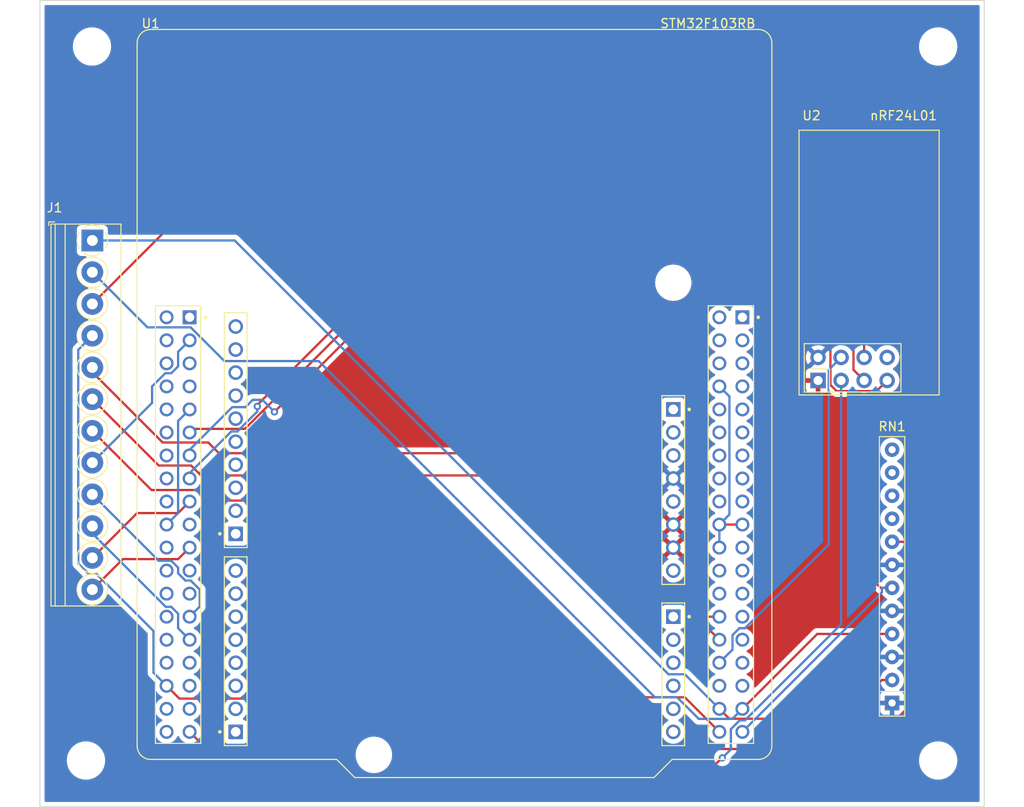
<source format=kicad_pcb>
(kicad_pcb (version 20211014) (generator pcbnew)
  (layers (0 "F.Cu" signal) (31 "B.Cu" signal) (34 "B.Paste" user) (35 "F.Paste" user) (36 "B.SilkS" user "B.Silkscreen") (37 "F.SilkS" user "F.Silkscreen") (38 "B.Mask" user) (39 "F.Mask" user) (44 "Edge.Cuts" user))
  (net 0 "")
  (net 1 "Net-(RN1-Pad2)")
  (net 2 "Net-(RN1-Pad4)")
  (net 3 "Net-(RN1-Pad6)")
  (net 4 "Net-(J1-Pad4)")
  (net 5 "Net-(J1-Pad5)")
  (net 6 "Net-(J1-Pad6)")
  (net 7 "Net-(J1-Pad7)")
  (net 8 "Net-(J1-Pad8)")
  (net 9 "Net-(J1-Pad9)")
  (net 10 "Net-(J1-Pad10)")
  (net 11 "Net-(J1-Pad11)")
  (net 12 "Net-(J1-Pad12)")
  (net 24 "Net-(U1-PadCN7_19)")
  (net 39 "Net-(U2-Pad4)")
  (net 43 "Net-(U2-Pad3)")
  (net 50 "Net-(U1-PadCN10_20)")
  (net 51 "Net-(U2-Pad5)")
  (net 53 "Net-(U2-Pad7)")
  (net 55 "Net-(U2-Pad6)")
  (net 75 "+3.3V")
  (net 76 "GND")
  (footprint "MountingHole:MountingHole_3.2mm_M3" (layer "F.Cu") (at 58.42 139.7)
    (fp_text reference "REF03" hide)
    (fp_text value "MountingHole_3.2mm_M3")
    (pad "" np_thru_hole circle (at 0 0) (size 3.2 3.2) (drill 3.2) (layers *.Cu *.Mask))
  )
  (footprint "MountingHole:MountingHole_3.2mm_M3" (layer "F.Cu") (at 152.4 60.96)
    (fp_text reference "REF02" hide)
    (fp_text value "MountingHole_3.2mm_M3")
    (pad "" np_thru_hole circle (at 0 0) (size 3.2 3.2) (drill 3.2) (layers *.Cu *.Mask))
  )
  (footprint "RF_Module:nRF24L01_Breakout" (layer "F.Cu") (at 139.155 97.79 90)
    (fp_text reference "U2" (at 29.21 -0.725 180) (layer "F.SilkS"))
    (fp_text value "NRF24L01_Breakout")
    (fp_line (start -1.6 -2.1) (end -1.6 -2.1) (layer "F.SilkS") (width 0.12))
    (fp_line (start 4.064 9.144) (end -1.27 9.144) (layer "F.SilkS") (width 0.12))
    (fp_line (start 1.27 -1.016) (end 1.27 1.27) (layer "F.SilkS") (width 0.12))
    (fp_line (start -1.27 9.144) (end -1.27 9.144) (layer "F.SilkS") (width 0.12))
    (fp_line (start -1.27 -1.524) (end 4.064 -1.524) (layer "F.SilkS") (width 0.12))
    (fp_line (start -1.6 13.35) (end -1.6 -2.1) (layer "F.SilkS") (width 0.12))
    (fp_line (start 1.27 1.27) (end -1.016 1.27) (layer "F.SilkS") (width 0.12))
    (fp_line (start -1.27 9.144) (end -1.27 -1.524) (layer "F.SilkS") (width 0.12))
    (fp_line (start -1.6 -2.1) (end 27.6 -2.1) (layer "F.SilkS") (width 0.12))
    (fp_line (start -1.27 -1.524) (end -1.27 -1.524) (layer "F.SilkS") (width 0.12))
    (fp_line (start -1.016 1.27) (end -1.016 1.27) (layer "F.SilkS") (width 0.12))
    (fp_line (start 27.6 13.35) (end -1.6 13.35) (layer "F.SilkS") (width 0.12))
    (fp_line (start 27.6 -2.1) (end 27.6 13.35) (layer "F.SilkS") (width 0.12))
    (fp_line (start 4.064 -1.524) (end 4.064 9.144) (layer "F.SilkS") (width 0.12))
    (pad "1" thru_hole rect (at 0 0 90) (size 1.7 1.7) (drill 1) (layers *.Cu *.Mask) (net 76 "GND"))
    (pad "2" thru_hole circle (at 2.54 0 90) (size 1.7 1.7) (drill 1) (layers *.Cu *.Mask) (net 75 "+3.3V"))
    (pad "3" thru_hole circle (at 0 2.54 90) (size 1.7 1.7) (drill 1) (layers *.Cu *.Mask) (net 43 "Net-(U2-Pad3)"))
    (pad "4" thru_hole circle (at 2.54 2.54 90) (size 1.7 1.7) (drill 1) (layers *.Cu *.Mask) (net 39 "Net-(U2-Pad4)"))
    (pad "5" thru_hole circle (at 0 5.08 90) (size 1.7 1.7) (drill 1) (layers *.Cu *.Mask) (net 51 "Net-(U2-Pad5)"))
    (pad "6" thru_hole circle (at 2.54 5.08 90) (size 1.7 1.7) (drill 1) (layers *.Cu *.Mask) (net 55 "Net-(U2-Pad6)"))
    (pad "7" thru_hole circle (at 0 7.62 90) (size 1.7 1.7) (drill 1) (layers *.Cu *.Mask) (net 53 "Net-(U2-Pad7)"))
    (pad "8" thru_hole circle (at 2.54 7.62 90) (size 1.7 1.7) (drill 1) (layers *.Cu *.Mask))
  )
  (footprint "Resistor_THT:R_Array_SIP12" (layer "F.Cu") (at 147.32 133.36 90)
    (fp_text reference "RN1" (at 30.49 0 180) (layer "F.SilkS"))
    (fp_text value "R_Pack_SIP_1k")
    (fp_line (start 1.27 -1.4) (end 1.27 1.4) (layer "F.SilkS") (width 0.12))
    (fp_line (start -1.44 1.4) (end 29.38 1.4) (layer "F.SilkS") (width 0.12))
    (fp_line (start -1.44 -1.4) (end -1.44 1.4) (layer "F.SilkS") (width 0.12))
    (fp_line (start 29.38 1.4) (end 29.38 -1.4) (layer "F.SilkS") (width 0.12))
    (fp_line (start 29.38 -1.4) (end -1.44 -1.4) (layer "F.SilkS") (width 0.12))
    (pad "1" thru_hole rect (at 0 0 90) (size 1.6 1.6) (drill 0.8) (layers *.Cu *.Mask) (net 75 "+3.3V"))
    (pad "2" thru_hole oval (at 2.54 0 90) (size 1.6 1.6) (drill 0.8) (layers *.Cu *.Mask) (net 1 "Net-(RN1-Pad2)"))
    (pad "3" thru_hole oval (at 5.08 0 90) (size 1.6 1.6) (drill 0.8) (layers *.Cu *.Mask) (net 75 "+3.3V"))
    (pad "4" thru_hole oval (at 7.62 0 90) (size 1.6 1.6) (drill 0.8) (layers *.Cu *.Mask) (net 2 "Net-(RN1-Pad4)"))
    (pad "5" thru_hole oval (at 10.16 0 90) (size 1.6 1.6) (drill 0.8) (layers *.Cu *.Mask) (net 75 "+3.3V"))
    (pad "6" thru_hole oval (at 12.7 0 90) (size 1.6 1.6) (drill 0.8) (layers *.Cu *.Mask) (net 3 "Net-(RN1-Pad6)"))
    (pad "7" thru_hole oval (at 15.24 0 90) (size 1.6 1.6) (drill 0.8) (layers *.Cu *.Mask) (net 75 "+3.3V"))
    (pad "8" thru_hole oval (at 17.78 0 90) (size 1.6 1.6) (drill 0.8) (layers *.Cu *.Mask) (net 4 "Net-(J1-Pad4)"))
    (pad "9" thru_hole oval (at 20.32 0 90) (size 1.6 1.6) (drill 0.8) (layers *.Cu *.Mask))
    (pad "10" thru_hole oval (at 22.86 0 90) (size 1.6 1.6) (drill 0.8) (layers *.Cu *.Mask))
    (pad "11" thru_hole oval (at 25.4 0 90) (size 1.6 1.6) (drill 0.8) (layers *.Cu *.Mask))
    (pad "12" thru_hole oval (at 27.94 0 90) (size 1.6 1.6) (drill 0.8) (layers *.Cu *.Mask))
  )
  (footprint "TerminalBlock_Phoenix:TerminalBlock_Phoenix_PT-1,5-12-3.5-H_1x12_P3.50mm_Horizontal" (layer "F.Cu") (at 59.12 82.35 -90)
    (fp_text reference "J1" (at -3.61 4.16 180) (layer "F.SilkS"))
    (fp_text value "Screw_Terminal_01x12")
    (fp_line (start 15.275 -1.069) (end 15.146 -0.941) (layer "F.SilkS") (width 0.12))
    (fp_line (start 29.07 -1.275) (end 28.976 -1.181) (layer "F.SilkS") (width 0.12))
    (fp_line (start 22.07 -1.275) (end 21.976 -1.181) (layer "F.SilkS") (width 0.12))
    (fp_line (start 13.025 1.181) (end 12.931 1.274) (layer "F.SilkS") (width 0.12))
    (fp_line (start 8.07 -1.275) (end 7.976 -1.181) (layer "F.SilkS") (width 0.12))
    (fp_line (start 16.355 0.941) (end 16.226 1.069) (layer "F.SilkS") (width 0.12))
    (fp_line (start 25.775 -1.069) (end 25.646 -0.941) (layer "F.SilkS") (width 0.12))
    (fp_line (start 27.025 1.181) (end 26.931 1.274) (layer "F.SilkS") (width 0.12))
    (fp_line (start 11.775 -1.069) (end 11.646 -0.941) (layer "F.SilkS") (width 0.12))
    (fp_line (start -1.81 3) (end 40.31 3) (layer "F.SilkS") (width 0.12))
    (fp_line (start 26.855 0.941) (end 26.726 1.069) (layer "F.SilkS") (width 0.12))
    (fp_line (start -2.05 4.8) (end -1.65 4.8) (layer "F.SilkS") (width 0.12))
    (fp_line (start 36.275 -1.069) (end 36.146 -0.941) (layer "F.SilkS") (width 0.12))
    (fp_line (start 9.525 1.181) (end 9.431 1.274) (layer "F.SilkS") (width 0.12))
    (fp_line (start -1.81 -3.16) (end 40.31 -3.16) (layer "F.SilkS") (width 0.12))
    (fp_line (start 12.855 0.941) (end 12.726 1.069) (layer "F.SilkS") (width 0.12))
    (fp_line (start 19.855 0.941) (end 19.726 1.069) (layer "F.SilkS") (width 0.12))
    (fp_line (start 2.525 1.181) (end 2.431 1.274) (layer "F.SilkS") (width 0.12))
    (fp_line (start 4.57 -1.275) (end 4.476 -1.181) (layer "F.SilkS") (width 0.12))
    (fp_line (start 4.775 -1.069) (end 4.646 -0.941) (layer "F.SilkS") (width 0.12))
    (fp_line (start -1.81 4.56) (end 40.31 4.56) (layer "F.SilkS") (width 0.12))
    (fp_line (start 2.355 0.941) (end 2.226 1.069) (layer "F.SilkS") (width 0.12))
    (fp_line (start 18.57 -1.275) (end 18.476 -1.181) (layer "F.SilkS") (width 0.12))
    (fp_line (start 5.855 0.941) (end 5.726 1.069) (layer "F.SilkS") (width 0.12))
    (fp_line (start 30.525 1.181) (end 30.431 1.274) (layer "F.SilkS") (width 0.12))
    (fp_line (start 33.855 0.941) (end 33.726 1.069) (layer "F.SilkS") (width 0.12))
    (fp_line (start 36.07 -1.275) (end 35.976 -1.181) (layer "F.SilkS") (width 0.12))
    (fp_line (start -1.81 4.1) (end 40.31 4.1) (layer "F.SilkS") (width 0.12))
    (fp_line (start 32.775 -1.069) (end 32.646 -0.941) (layer "F.SilkS") (width 0.12))
    (fp_line (start 9.355 0.941) (end 9.226 1.069) (layer "F.SilkS") (width 0.12))
    (fp_line (start 30.355 0.941) (end 30.226 1.069) (layer "F.SilkS") (width 0.12))
    (fp_line (start 23.525 1.181) (end 23.431 1.274) (layer "F.SilkS") (width 0.12))
    (fp_line (start 37.525 1.181) (end 37.431 1.274) (layer "F.SilkS") (width 0.12))
    (fp_line (start 22.275 -1.069) (end 22.146 -0.941) (layer "F.SilkS") (width 0.12))
    (fp_line (start -1.81 -3.16) (end -1.81 4.56) (layer "F.SilkS") (width 0.12))
    (fp_line (start 29.275 -1.069) (end 29.146 -0.941) (layer "F.SilkS") (width 0.12))
    (fp_line (start 32.57 -1.275) (end 32.476 -1.181) (layer "F.SilkS") (width 0.12))
    (fp_line (start 11.57 -1.275) (end 11.476 -1.181) (layer "F.SilkS") (width 0.12))
    (fp_line (start 37.355 0.941) (end 37.226 1.069) (layer "F.SilkS") (width 0.12))
    (fp_line (start 39.57 -1.275) (end 39.476 -1.181) (layer "F.SilkS") (width 0.12))
    (fp_line (start 15.07 -1.275) (end 14.976 -1.181) (layer "F.SilkS") (width 0.12))
    (fp_line (start 25.57 -1.275) (end 25.476 -1.181) (layer "F.SilkS") (width 0.12))
    (fp_line (start 16.525 1.181) (end 16.431 1.274) (layer "F.SilkS") (width 0.12))
    (fp_line (start 6.025 1.181) (end 5.931 1.274) (layer "F.SilkS") (width 0.12))
    (fp_line (start 39.775 -1.069) (end 39.646 -0.941) (layer "F.SilkS") (width 0.12))
    (fp_line (start 40.31 -3.16) (end 40.31 4.56) (layer "F.SilkS") (width 0.12))
    (fp_line (start 20.025 1.181) (end 19.931 1.274) (layer "F.SilkS") (width 0.12))
    (fp_line (start 34.025 1.181) (end 33.931 1.274) (layer "F.SilkS") (width 0.12))
    (fp_line (start 18.775 -1.069) (end 18.646 -0.941) (layer "F.SilkS") (width 0.12))
    (fp_line (start 8.275 -1.069) (end 8.146 -0.941) (layer "F.SilkS") (width 0.12))
    (fp_line (start -2.05 4.16) (end -2.05 4.8) (layer "F.SilkS") (width 0.12))
    (fp_line (start 23.355 0.941) (end 23.226 1.069) (layer "F.SilkS") (width 0.12))
    (fp_arc (start 1.425504 -0.890193) (mid 1.680626 0.000476) (end 1.425 0.891) (layer "F.SilkS") (width 0.12))
    (fp_arc (start -1.425358 0.889894) (mid -1.680286 0.014012) (end -1.44 -0.866) (layer "F.SilkS") (width 0.12))
    (fp_arc (start 0.890264 1.424721) (mid 0.463071 1.61492) (end 0 1.68) (layer "F.SilkS") (width 0.12))
    (fp_arc (start 0.028674 1.680099) (mid -0.435535 1.622918) (end -0.866 1.44) (layer "F.SilkS") (width 0.12))
    (fp_arc (start -0.889894 -1.425358) (mid -0.014012 -1.680286) (end 0.866 -1.44) (layer "F.SilkS") (width 0.12))
    (fp_circle (center 10.5 0) (end 12.18 0) (layer "F.SilkS") (width 0.12) (fill none))
    (fp_circle (center 35 0) (end 36.68 0) (layer "F.SilkS") (width 0.12) (fill none))
    (fp_circle (center 38.5 0) (end 40.18 0) (layer "F.SilkS") (width 0.12) (fill none))
    (fp_circle (center 17.5 0) (end 19.18 0) (layer "F.SilkS") (width 0.12) (fill none))
    (fp_circle (center 7 0) (end 8.68 0) (layer "F.SilkS") (width 0.12) (fill none))
    (fp_circle (center 3.5 0) (end 5.18 0) (layer "F.SilkS") (width 0.12) (fill none))
    (fp_circle (center 14 0) (end 15.68 0) (layer "F.SilkS") (width 0.12) (fill none))
    (fp_circle (center 31.5 0) (end 33.18 0) (layer "F.SilkS") (width 0.12) (fill none))
    (fp_circle (center 24.5 0) (end 26.18 0) (layer "F.SilkS") (width 0.12) (fill none))
    (fp_circle (center 21 0) (end 22.68 0) (layer "F.SilkS") (width 0.12) (fill none))
    (fp_circle (center 28 0) (end 29.68 0) (layer "F.SilkS") (width 0.12) (fill none))
    (pad "1" thru_hole rect (at 0 0 270) (size 2.4 2.4) (drill 1.2) (layers *.Cu *.Mask) (net 1 "Net-(RN1-Pad2)"))
    (pad "2" thru_hole circle (at 3.5 0 270) (size 2.4 2.4) (drill 1.2) (layers *.Cu *.Mask) (net 2 "Net-(RN1-Pad4)"))
    (pad "3" thru_hole circle (at 7 0 270) (size 2.4 2.4) (drill 1.2) (layers *.Cu *.Mask) (net 3 "Net-(RN1-Pad6)"))
    (pad "4" thru_hole circle (at 10.5 0 270) (size 2.4 2.4) (drill 1.2) (layers *.Cu *.Mask) (net 4 "Net-(J1-Pad4)"))
    (pad "5" thru_hole circle (at 14 0 270) (size 2.4 2.4) (drill 1.2) (layers *.Cu *.Mask) (net 5 "Net-(J1-Pad5)"))
    (pad "6" thru_hole circle (at 17.5 0 270) (size 2.4 2.4) (drill 1.2) (layers *.Cu *.Mask) (net 6 "Net-(J1-Pad6)"))
    (pad "7" thru_hole circle (at 21 0 270) (size 2.4 2.4) (drill 1.2) (layers *.Cu *.Mask) (net 7 "Net-(J1-Pad7)"))
    (pad "8" thru_hole circle (at 24.5 0 270) (size 2.4 2.4) (drill 1.2) (layers *.Cu *.Mask) (net 8 "Net-(J1-Pad8)"))
    (pad "9" thru_hole circle (at 28 0 270) (size 2.4 2.4) (drill 1.2) (layers *.Cu *.Mask) (net 9 "Net-(J1-Pad9)"))
    (pad "10" thru_hole circle (at 31.5 0 270) (size 2.4 2.4) (drill 1.2) (layers *.Cu *.Mask) (net 10 "Net-(J1-Pad10)"))
    (pad "11" thru_hole circle (at 35 0 270) (size 2.4 2.4) (drill 1.2) (layers *.Cu *.Mask) (net 11 "Net-(J1-Pad11)"))
    (pad "12" thru_hole circle (at 38.5 0 270) (size 2.4 2.4) (drill 1.2) (layers *.Cu *.Mask) (net 12 "Net-(J1-Pad12)"))
  )
  (footprint "MountingHole:MountingHole_3.2mm_M3" (layer "F.Cu") (at 59.08 60.96)
    (fp_text reference "REF01" hide)
    (fp_text value "MountingHole_3.2mm_M3")
    (pad "" np_thru_hole circle (at 0 0) (size 3.2 3.2) (drill 3.2) (layers *.Cu *.Mask))
  )
  (footprint "MountingHole:MountingHole_3.2mm_M3" (layer "F.Cu") (at 152.4 139.7)
    (fp_text reference "REF04" hide)
    (fp_text value "MountingHole_3.2mm_M3")
    (pad "" np_thru_hole circle (at 0 0) (size 3.2 3.2) (drill 3.2) (layers *.Cu *.Mask))
  )
  (footprint "NUCLEO-F303RE:ST_NUCLEO-F303RE" (layer "B.Cu") (at 99.06 100.33 180)
    (fp_text reference "U1" (at 33.5 41.91) (layer "F.SilkS"))
    (fp_text value "NUCLEO-F103RB")
    (fp_line (start -22.88 -37.73) (end -22.88 -21.99) (layer "F.SilkS") (width 0.127))
    (fp_line (start -22.88 -21.99) (end -25.38 -21.99) (layer "F.SilkS") (width 0.127))
    (fp_line (start -33.5 41.25) (end 33.5 41.25) (layer "F.SilkS") (width 0.127))
    (fp_line (start -32.98 -37.48) (end -27.98 -37.48) (layer "F.SilkS") (width 0.127))
    (fp_line (start 22.88 -15.89) (end 25.38 -15.89) (layer "F.SilkS") (width 0.127))
    (fp_line (start -25.38 -19.95) (end -22.88 -19.95) (layer "F.SilkS") (width 0.127))
    (fp_line (start -27.98 -37.48) (end -27.98 10.78) (layer "F.SilkS") (width 0.127))
    (fp_line (start 25.38 10.01) (end 22.88 10.01) (layer "F.SilkS") (width 0.127))
    (fp_line (start 32.98 10.78) (end 27.98 10.78) (layer "F.SilkS") (width 0.127))
    (fp_line (start 25.38 -37.73) (end 25.38 -16.91) (layer "F.SilkS") (width 0.127))
    (fp_line (start -32.98 10.78) (end -32.98 -37.48) (layer "F.SilkS") (width 0.127))
    (fp_line (start -22.88 -19.95) (end -22.88 0.87) (layer "F.SilkS") (width 0.127))
    (fp_line (start 27.98 -37.48) (end 32.98 -37.48) (layer "F.SilkS") (width 0.127))
    (fp_line (start 22.88 -37.73) (end 25.38 -37.73) (layer "F.SilkS") (width 0.127))
    (fp_line (start 25.38 -16.91) (end 22.88 -16.91) (layer "F.SilkS") (width 0.127))
    (fp_line (start -25.38 -21.99) (end -25.38 -37.73) (layer "F.SilkS") (width 0.127))
    (fp_line (start 32.98 -37.48) (end 32.98 10.78) (layer "F.SilkS") (width 0.127))
    (fp_line (start -25.38 -37.73) (end -22.88 -37.73) (layer "F.SilkS") (width 0.127))
    (fp_line (start 22.88 -16.91) (end 22.88 -37.73) (layer "F.SilkS") (width 0.127))
    (fp_line (start -35 -37.75) (end -35 39.75) (layer "F.SilkS") (width 0.127))
    (fp_line (start -25.38 0.87) (end -25.38 -19.95) (layer "F.SilkS") (width 0.127))
    (fp_line (start 11 -41.25) (end -22 -41.25) (layer "F.SilkS") (width 0.127))
    (fp_line (start -24 -39.25) (end -33.5 -39.25) (layer "F.SilkS") (width 0.127))
    (fp_line (start 22.88 10.01) (end 22.88 -15.89) (layer "F.SilkS") (width 0.127))
    (fp_line (start -22 -41.25) (end -24 -39.25) (layer "F.SilkS") (width 0.127))
    (fp_line (start -27.98 10.78) (end -32.98 10.78) (layer "F.SilkS") (width 0.127))
    (fp_line (start -22.88 0.87) (end -25.38 0.87) (layer "F.SilkS") (width 0.127))
    (fp_line (start 25.38 -15.89) (end 25.38 10.01) (layer "F.SilkS") (width 0.127))
    (fp_line (start 33.5 -39.25) (end 13 -39.25) (layer "F.SilkS") (width 0.127))
    (fp_line (start 13 -39.25) (end 11 -41.25) (layer "F.SilkS") (width 0.127))
    (fp_line (start 35 39.75) (end 35 -37.75) (layer "F.SilkS") (width 0.127))
    (fp_line (start 27.98 10.78) (end 27.98 -37.48) (layer "F.SilkS") (width 0.127))
    (fp_arc (start 33.5 -39.25) (mid 34.56066 -38.81066) (end 35 -37.75) (layer "F.SilkS") (width 0.127))
    (fp_arc (start 35 39.75) (mid 34.56066 40.81066) (end 33.5 41.25) (layer "F.SilkS") (width 0.127))
    (fp_arc (start -33.5 41.25) (mid -34.56066 40.81066) (end -35 39.75) (layer "F.SilkS") (width 0.127))
    (fp_arc (start -35 -37.75) (mid -34.56066 -38.81066) (end -33.5 -39.25) (layer "F.SilkS") (width 0.127))
    (fp_circle (center -25.88 -0.65) (end -25.78 -0.65) (layer "F.SilkS") (width 0.2) (fill none))
    (fp_circle (center 25.88 -36.21) (end 25.98 -36.21) (layer "F.SilkS") (width 0.2) (fill none))
    (fp_circle (center -33.5 9.51) (end -33.4 9.51) (layer "F.SilkS") (width 0.2) (fill none))
    (fp_circle (center -25.88 -23.51) (end -25.78 -23.51) (layer "F.SilkS") (width 0.2) (fill none))
    (fp_circle (center 25.88 -14.37) (end 25.98 -14.37) (layer "F.SilkS") (width 0.2) (fill none))
    (fp_circle (center 27.46 9.51) (end 27.56 9.51) (layer "F.SilkS") (width 0.2) (fill none))
    (pad "" np_thru_hole circle (at 24.13 12.05 180) (size 3 3) (drill 3) (layers *.Cu *.Mask))
    (pad "" np_thru_hole circle (at -24.13 13.32 180) (size 3 3) (drill 3) (layers *.Cu *.Mask))
    (pad "" np_thru_hole circle (at 8.89 -38.75 180) (size 3 3) (drill 3) (layers *.Cu *.Mask))
    (pad "CN5_1" thru_hole rect (at 24.13 -14.37 180) (size 1.605 1.605) (drill 1.07) (layers *.Cu *.Mask))
    (pad "CN5_2" thru_hole circle (at 24.13 -11.83 180) (size 1.605 1.605) (drill 1.07) (layers *.Cu *.Mask))
    (pad "CN5_3" thru_hole circle (at 24.13 -9.29 180) (size 1.605 1.605) (drill 1.07) (layers *.Cu *.Mask))
    (pad "CN5_4" thru_hole circle (at 24.13 -6.75 180) (size 1.605 1.605) (drill 1.07) (layers *.Cu *.Mask))
    (pad "CN5_5" thru_hole circle (at 24.13 -4.21 180) (size 1.605 1.605) (drill 1.07) (layers *.Cu *.Mask))
    (pad "CN5_6" thru_hole circle (at 24.13 -1.67 180) (size 1.605 1.605) (drill 1.07) (layers *.Cu *.Mask))
    (pad "CN5_7" thru_hole circle (at 24.13 0.87 180) (size 1.605 1.605) (drill 1.07) (layers *.Cu *.Mask))
    (pad "CN5_8" thru_hole circle (at 24.13 3.41 180) (size 1.605 1.605) (drill 1.07) (layers *.Cu *.Mask))
    (pad "CN5_9" thru_hole circle (at 24.13 5.95 180) (size 1.605 1.605) (drill 1.07) (layers *.Cu *.Mask))
    (pad "CN5_10" thru_hole circle (at 24.13 8.49 180) (size 1.605 1.605) (drill 1.07) (layers *.Cu *.Mask))
    (pad "CN6_1" thru_hole rect (at -24.13 -0.65 180) (size 1.605 1.605) (drill 1.07) (layers *.Cu *.Mask))
    (pad "CN6_2" thru_hole circle (at -24.13 -3.19 180) (size 1.605 1.605) (drill 1.07) (layers *.Cu *.Mask))
    (pad "CN6_3" thru_hole circle (at -24.13 -5.73 180) (size 1.605 1.605) (drill 1.07) (layers *.Cu *.Mask))
    (pad "CN6_4" thru_hole circle (at -24.13 -8.27 180) (size 1.605 1.605) (drill 1.07) (layers *.Cu *.Mask) (net 75 "+3.3V"))
    (pad "CN6_5" thru_hole circle (at -24.13 -10.81 180) (size 1.605 1.605) (drill 1.07) (layers *.Cu *.Mask))
    (pad "CN6_6" thru_hole circle (at -24.13 -13.35 180) (size 1.605 1.605) (drill 1.07) (layers *.Cu *.Mask) (net 76 "GND"))
    (pad "CN6_7" thru_hole circle (at -24.13 -15.89 180) (size 1.605 1.605) (drill 1.07) (layers *.Cu *.Mask) (net 76 "GND"))
    (pad "CN6_8" thru_hole circle (at -24.13 -18.43 180) (size 1.605 1.605) (drill 1.07) (layers *.Cu *.Mask))
    (pad "CN7_1" thru_hole rect (at -31.75 9.51 180) (size 1.53 1.53) (drill 1.02) (layers *.Cu *.Mask))
    (pad "CN7_2" thru_hole circle (at -29.21 9.51 180) (size 1.53 1.53) (drill 1.02) (layers *.Cu *.Mask))
    (pad "CN7_3" thru_hole circle (at -31.75 6.97 180) (size 1.53 1.53) (drill 1.02) (layers *.Cu *.Mask))
    (pad "CN7_4" thru_hole circle (at -29.21 6.97 180) (size 1.53 1.53) (drill 1.02) (layers *.Cu *.Mask))
    (pad "CN7_5" thru_hole circle (at -31.75 4.43 180) (size 1.53 1.53) (drill 1.02) (layers *.Cu *.Mask))
    (pad "CN7_6" thru_hole circle (at -29.21 4.43 180) (size 1.53 1.53) (drill 1.02) (layers *.Cu *.Mask))
    (pad "CN7_7" thru_hole circle (at -31.75 1.89 180) (size 1.53 1.53) (drill 1.02) (layers *.Cu *.Mask))
    (pad "CN7_8" thru_hole circle (at -29.21 1.89 180) (size 1.53 1.53) (drill 1.02) (layers *.Cu *.Mask) (net 24 "Net-(U1-PadCN7_19)"))
    (pad "CN7_9" thru_hole circle (at -31.75 -0.65 180) (size 1.53 1.53) (drill 1.02) (layers *.Cu *.Mask))
    (pad "CN7_10" thru_hole circle (at -29.21 -0.65 180) (size 1.53 1.53) (drill 1.02) (layers *.Cu *.Mask))
    (pad "CN7_11" thru_hole circle (at -31.75 -3.19 180) (size 1.53 1.53) (drill 1.02) (layers *.Cu *.Mask))
    (pad "CN7_12" thru_hole circle (at -29.21 -3.19 180) (size 1.53 1.53) (drill 1.02) (layers *.Cu *.Mask))
    (pad "CN7_13" thru_hole circle (at -31.75 -5.73 180) (size 1.53 1.53) (drill 1.02) (layers *.Cu *.Mask))
    (pad "CN7_14" thru_hole circle (at -29.21 -5.73 180) (size 1.53 1.53) (drill 1.02) (layers *.Cu *.Mask))
    (pad "CN7_15" thru_hole circle (at -31.75 -8.27 180) (size 1.53 1.53) (drill 1.02) (layers *.Cu *.Mask))
    (pad "CN7_16" thru_hole circle (at -29.21 -8.27 180) (size 1.53 1.53) (drill 1.02) (layers *.Cu *.Mask))
    (pad "CN7_17" thru_hole circle (at -31.75 -10.81 180) (size 1.53 1.53) (drill 1.02) (layers *.Cu *.Mask))
    (pad "CN7_18" thru_hole circle (at -29.21 -10.81 180) (size 1.53 1.53) (drill 1.02) (layers *.Cu *.Mask))
    (pad "CN7_19" thru_hole circle (at -31.75 -13.35 180) (size 1.53 1.53) (drill 1.02) (layers *.Cu *.Mask) (net 24 "Net-(U1-PadCN7_19)"))
    (pad "CN7_20" thru_hole circle (at -29.21 -13.35 180) (size 1.53 1.53) (drill 1.02) (layers *.Cu *.Mask) (net 24 "Net-(U1-PadCN7_19)"))
    (pad "CN7_21" thru_hole circle (at -31.75 -15.89 180) (size 1.53 1.53) (drill 1.02) (layers *.Cu *.Mask))
    (pad "CN7_22" thru_hole circle (at -29.21 -15.89 180) (size 1.53 1.53) (drill 1.02) (layers *.Cu *.Mask) (net 24 "Net-(U1-PadCN7_19)"))
    (pad "CN7_23" thru_hole circle (at -31.75 -18.43 180) (size 1.53 1.53) (drill 1.02) (layers *.Cu *.Mask))
    (pad "CN7_24" thru_hole circle (at -29.21 -18.43 180) (size 1.53 1.53) (drill 1.02) (layers *.Cu *.Mask))
    (pad "CN7_25" thru_hole circle (at -31.75 -20.97 180) (size 1.53 1.53) (drill 1.02) (layers *.Cu *.Mask))
    (pad "CN7_26" thru_hole circle (at -29.21 -20.97 180) (size 1.53 1.53) (drill 1.02) (layers *.Cu *.Mask))
    (pad "CN7_27" thru_hole circle (at -31.75 -23.51 180) (size 1.53 1.53) (drill 1.02) (layers *.Cu *.Mask))
    (pad "CN7_28" thru_hole circle (at -29.21 -23.51 180) (size 1.53 1.53) (drill 1.02) (layers *.Cu *.Mask) (net 5 "Net-(J1-Pad5)"))
    (pad "CN7_29" thru_hole circle (at -31.75 -26.05 180) (size 1.53 1.53) (drill 1.02) (layers *.Cu *.Mask))
    (pad "CN7_30" thru_hole circle (at -29.21 -26.05 180) (size 1.53 1.53) (drill 1.02) (layers *.Cu *.Mask) (net 6 "Net-(J1-Pad6)"))
    (pad "CN7_31" thru_hole circle (at -31.75 -28.59 180) (size 1.53 1.53) (drill 1.02) (layers *.Cu *.Mask))
    (pad "CN7_32" thru_hole circle (at -29.21 -28.59 180) (size 1.53 1.53) (drill 1.02) (layers *.Cu *.Mask) (net 39 "Net-(U2-Pad4)"))
    (pad "CN7_33" thru_hole circle (at -31.75 -31.13 180) (size 1.53 1.53) (drill 1.02) (layers *.Cu *.Mask))
    (pad "CN7_34" thru_hole circle (at -29.21 -31.13 180) (size 1.53 1.53) (drill 1.02) (layers *.Cu *.Mask))
    (pad "CN7_35" thru_hole circle (at -31.75 -33.67 180) (size 1.53 1.53) (drill 1.02) (layers *.Cu *.Mask) (net 2 "Net-(RN1-Pad4)"))
    (pad "CN7_36" thru_hole circle (at -29.21 -33.67 180) (size 1.53 1.53) (drill 1.02) (layers *.Cu *.Mask) (net 1 "Net-(RN1-Pad2)"))
    (pad "CN7_37" thru_hole circle (at -31.75 -36.21 180) (size 1.53 1.53) (drill 1.02) (layers *.Cu *.Mask) (net 3 "Net-(RN1-Pad6)"))
    (pad "CN7_38" thru_hole circle (at -29.21 -36.21 180) (size 1.53 1.53) (drill 1.02) (layers *.Cu *.Mask) (net 7 "Net-(J1-Pad7)"))
    (pad "CN8_1" thru_hole rect (at -24.13 -23.51 180) (size 1.605 1.605) (drill 1.07) (layers *.Cu *.Mask))
    (pad "CN8_2" thru_hole circle (at -24.13 -26.05 180) (size 1.605 1.605) (drill 1.07) (layers *.Cu *.Mask))
    (pad "CN8_3" thru_hole circle (at -24.13 -28.59 180) (size 1.605 1.605) (drill 1.07) (layers *.Cu *.Mask))
    (pad "CN8_4" thru_hole circle (at -24.13 -31.13 180) (size 1.605 1.605) (drill 1.07) (layers *.Cu *.Mask))
    (pad "CN8_5" thru_hole circle (at -24.13 -33.67 180) (size 1.605 1.605) (drill 1.07) (layers *.Cu *.Mask))
    (pad "CN8_6" thru_hole circle (at -24.13 -36.21 180) (size 1.605 1.605) (drill 1.07) (layers *.Cu *.Mask))
    (pad "CN9_1" thru_hole rect (at 24.13 -36.21 180) (size 1.605 1.605) (drill 1.07) (layers *.Cu *.Mask))
    (pad "CN9_2" thru_hole circle (at 24.13 -33.67 180) (size 1.605 1.605) (drill 1.07) (layers *.Cu *.Mask))
    (pad "CN9_3" thru_hole circle (at 24.13 -31.13 180) (size 1.605 1.605) (drill 1.07) (layers *.Cu *.Mask))
    (pad "CN9_4" thru_hole circle (at 24.13 -28.59 180) (size 1.605 1.605) (drill 1.07) (layers *.Cu *.Mask))
    (pad "CN9_5" thru_hole circle (at 24.13 -26.05 180) (size 1.605 1.605) (drill 1.07) (layers *.Cu *.Mask))
    (pad "CN9_6" thru_hole circle (at 24.13 -23.51 180) (size 1.605 1.605) (drill 1.07) (layers *.Cu *.Mask))
    (pad "CN9_7" thru_hole circle (at 24.13 -20.97 180) (size 1.605 1.605) (drill 1.07) (layers *.Cu *.Mask))
    (pad "CN9_8" thru_hole circle (at 24.13 -18.43 180) (size 1.605 1.605) (drill 1.07) (layers *.Cu *.Mask))
    (pad "CN10_1" thru_hole rect (at 29.21 9.51 180) (size 1.53 1.53) (drill 1.02) (layers *.Cu *.Mask))
    (pad "CN10_2" thru_hole circle (at 31.75 9.51 180) (size 1.53 1.53) (drill 1.02) (layers *.Cu *.Mask))
    (pad "CN10_3" thru_hole circle (at 29.21 6.97 180) (size 1.53 1.53) (drill 1.02) (layers *.Cu *.Mask) (net 8 "Net-(J1-Pad8)"))
    (pad "CN10_4" thru_hole circle (at 31.75 6.97 180) (size 1.53 1.53) (drill 1.02) (layers *.Cu *.Mask))
    (pad "CN10_5" thru_hole circle (at 29.21 4.43 180) (size 1.53 1.53) (drill 1.02) (layers *.Cu *.Mask))
    (pad "CN10_6" thru_hole circle (at 31.75 4.43 180) (size 1.53 1.53) (drill 1.02) (layers *.Cu *.Mask))
    (pad "CN10_7" thru_hole circle (at 29.21 1.89 180) (size 1.53 1.53) (drill 1.02) (layers *.Cu *.Mask))
    (pad "CN10_8" thru_hole circle (at 31.75 1.89 180) (size 1.53 1.53) (drill 1.02) (layers *.Cu *.Mask))
    (pad "CN10_9" thru_hole circle (at 29.21 -0.65 180) (size 1.53 1.53) (drill 1.02) (layers *.Cu *.Mask) (net 50 "Net-(U1-PadCN10_20)"))
    (pad "CN10_10" thru_hole circle (at 31.75 -0.65 180) (size 1.53 1.53) (drill 1.02) (layers *.Cu *.Mask))
    (pad "CN10_11" thru_hole circle (at 29.21 -3.19 180) (size 1.53 1.53) (drill 1.02) (layers *.Cu *.Mask) (net 51 "Net-(U2-Pad5)"))
    (pad "CN10_12" thru_hole circle (at 31.75 -3.19 180) (size 1.53 1.53) (drill 1.02) (layers *.Cu *.Mask))
    (pad "CN10_13" thru_hole circle (at 29.21 -5.73 180) (size 1.53 1.53) (drill 1.02) (layers *.Cu *.Mask) (net 53 "Net-(U2-Pad7)"))
    (pad "CN10_14" thru_hole circle (at 31.75 -5.73 180) (size 1.53 1.53) (drill 1.02) (layers *.Cu *.Mask))
    (pad "CN10_15" thru_hole circle (at 29.21 -8.27 180) (size 1.53 1.53) (drill 1.02) (layers *.Cu *.Mask) (net 55 "Net-(U2-Pad6)"))
    (pad "CN10_16" thru_hole circle (at 31.75 -8.27 180) (size 1.53 1.53) (drill 1.02) (layers *.Cu *.Mask))
    (pad "CN10_17" thru_hole circle (at 29.21 -10.81 180) (size 1.53 1.53) (drill 1.02) (layers *.Cu *.Mask) (net 11 "Net-(J1-Pad11)"))
    (pad "CN10_18" thru_hole circle (at 31.75 -10.81 180) (size 1.53 1.53) (drill 1.02) (layers *.Cu *.Mask))
    (pad "CN10_19" thru_hole circle (at 29.21 -13.35 180) (size 1.53 1.53) (drill 1.02) (layers *.Cu *.Mask))
    (pad "CN10_20" thru_hole circle (at 31.75 -13.35 180) (size 1.53 1.53) (drill 1.02) (layers *.Cu *.Mask) (net 50 "Net-(U1-PadCN10_20)"))
    (pad "CN10_21" thru_hole circle (at 29.21 -15.89 180) (size 1.53 1.53) (drill 1.02) (layers *.Cu *.Mask) (net 12 "Net-(J1-Pad12)"))
    (pad "CN10_22" thru_hole circle (at 31.75 -15.89 180) (size 1.53 1.53) (drill 1.02) (layers *.Cu *.Mask))
    (pad "CN10_23" thru_hole circle (at 29.21 -18.43 180) (size 1.53 1.53) (drill 1.02) (layers *.Cu *.Mask))
    (pad "CN10_24" thru_hole circle (at 31.75 -18.43 180) (size 1.53 1.53) (drill 1.02) (layers *.Cu *.Mask))
    (pad "CN10_25" thru_hole circle (at 29.21 -20.97 180) (size 1.53 1.53) (drill 1.02) (layers *.Cu *.Mask))
    (pad "CN10_26" thru_hole circle (at 31.75 -20.97 180) (size 1.53 1.53) (drill 1.02) (layers *.Cu *.Mask))
    (pad "CN10_27" thru_hole circle (at 29.21 -23.51 180) (size 1.53 1.53) (drill 1.02) (layers *.Cu *.Mask) (net 9 "Net-(J1-Pad9)"))
    (pad "CN10_28" thru_hole circle (at 31.75 -23.51 180) (size 1.53 1.53) (drill 1.02) (layers *.Cu *.Mask))
    (pad "CN10_29" thru_hole circle (at 29.21 -26.05 180) (size 1.53 1.53) (drill 1.02) (layers *.Cu *.Mask) (net 10 "Net-(J1-Pad10)"))
    (pad "CN10_30" thru_hole circle (at 31.75 -26.05 180) (size 1.53 1.53) (drill 1.02) (layers *.Cu *.Mask))
    (pad "CN10_31" thru_hole circle (at 29.21 -28.59 180) (size 1.53 1.53) (drill 1.02) (layers *.Cu *.Mask))
    (pad "CN10_32" thru_hole circle (at 31.75 -28.59 180) (size 1.53 1.53) (drill 1.02) (layers *.Cu *.Mask))
    (pad "CN10_33" thru_hole circle (at 29.21 -31.13 180) (size 1.53 1.53) (drill 1.02) (layers *.Cu *.Mask))
    (pad "CN10_34" thru_hole circle (at 31.75 -31.13 180) (size 1.53 1.53) (drill 1.02) (layers *.Cu *.Mask) (net 4 "Net-(J1-Pad4)"))
    (pad "CN10_35" thru_hole circle (at 29.21 -33.67 180) (size 1.53 1.53) (drill 1.02) (layers *.Cu *.Mask))
    (pad "CN10_36" thru_hole circle (at 31.75 -33.67 180) (size 1.53 1.53) (drill 1.02) (layers *.Cu *.Mask))
    (pad "CN10_37" thru_hole circle (at 29.21 -36.21 180) (size 1.53 1.53) (drill 1.02) (layers *.Cu *.Mask) (net 43 "Net-(U2-Pad3)"))
    (pad "CN10_38" thru_hole circle (at 31.75 -36.21 180) (size 1.53 1.53) (drill 1.02) (layers *.Cu *.Mask))
  )
  (gr_line (start 157.48 144.78) (end 157.48 55.88) (layer "Edge.Cuts") (width 0.1))
  (gr_line (start 157.48 55.88) (end 53.34 55.88) (layer "Edge.Cuts") (width 0.1))
  (gr_line (start 53.34 144.78) (end 157.48 144.78) (layer "Edge.Cuts") (width 0.1))
  (gr_line (start 53.34 55.88) (end 53.34 144.78) (layer "Edge.Cuts") (width 0.1))
  (gr_text "STM32F103RB" (at 127 58.42) (layer "F.SilkS") (effects (font (size 1 1))))
  (gr_text "nRF24L01" (at 148.59 68.58) (layer "F.SilkS") (effects (font (size 1 1))))
  (segment (start 128.27 134) (end 129.3646 135.0946) (width 0.25) (layer "F.Cu") (net 1))
  (segment (start 147.32 130.82) (end 146.1949 130.82) (width 0.25) (layer "F.Cu") (net 1))
  (segment (start 141.9203 135.0946) (end 146.1949 130.82) (width 0.25) (layer "F.Cu") (net 1))
  (segment (start 129.3646 135.0946) (end 141.9203 135.0946) (width 0.25) (layer "F.Cu") (net 1))
  (segment (start 74.815 82.35) (end 122.655 130.19) (width 0.25) (layer "B.Cu") (net 1))
  (segment (start 122.655 130.19) (end 124.46 130.19) (width 0.25) (layer "B.Cu") (net 1))
  (segment (start 59.12 82.35) (end 74.815 82.35) (width 0.25) (layer "B.Cu") (net 1))
  (segment (start 124.46 130.19) (end 128.27 134) (width 0.25) (layer "B.Cu") (net 1))
  (segment (start 146.3075 125.74) (end 139.07 125.74) (width 0.25) (layer "F.Cu") (net 2))
  (segment (start 139.07 125.74) (end 130.81 134) (width 0.25) (layer "F.Cu") (net 2))
  (segment (start 147.32 125.74) (end 146.3075 125.74) (width 0.25) (layer "F.Cu") (net 2))
  (segment (start 123.6215 132.73) (end 126.0027 135.1112) (width 0.25) (layer "B.Cu") (net 2))
  (segment (start 65.2007 91.9307) (end 69.9656 91.9307) (width 0.25) (layer "B.Cu") (net 2))
  (segment (start 129.6988 135.1112) (end 130.81 134) (width 0.25) (layer "B.Cu") (net 2))
  (segment (start 73.6849 95.65) (end 84.0861 95.65) (width 0.25) (layer "B.Cu") (net 2))
  (segment (start 59.12 85.85) (end 65.2007 91.9307) (width 0.25) (layer "B.Cu") (net 2))
  (segment (start 84.0861 95.65) (end 121.1661 132.73) (width 0.25) (layer "B.Cu") (net 2))
  (segment (start 126.0027 135.1112) (end 129.6988 135.1112) (width 0.25) (layer "B.Cu") (net 2))
  (segment (start 121.1661 132.73) (end 123.6215 132.73) (width 0.25) (layer "B.Cu") (net 2))
  (segment (start 69.9656 91.9307) (end 73.6849 95.65) (width 0.25) (layer "B.Cu") (net 2))
  (segment (start 144.78 105.41) (end 149.86 100.33) (width 0.25) (layer "F.Cu") (net 3))
  (segment (start 132.08 77.47) (end 71 77.47) (width 0.25) (layer "F.Cu") (net 3))
  (segment (start 149.86 100.33) (end 149.86 95.25) (width 0.25) (layer "F.Cu") (net 3))
  (segment (start 144.78 119.38) (end 144.78 105.41) (width 0.25) (layer "F.Cu") (net 3))
  (segment (start 147.32 120.66) (end 146.06 120.66) (width 0.25) (layer "F.Cu") (net 3))
  (segment (start 71 77.47) (end 59.12 89.35) (width 0.25) (layer "F.Cu") (net 3))
  (segment (start 149.86 95.25) (end 132.08 77.47) (width 0.25) (layer "F.Cu") (net 3))
  (segment (start 146.06 120.66) (end 144.78 119.38) (width 0.25) (layer "F.Cu") (net 3))
  (segment (start 146.1949 121.1551) (end 146.1949 120.66) (width 0.25) (layer "B.Cu") (net 3))
  (segment (start 130.81 136.54) (end 146.1949 121.1551) (width 0.25) (layer "B.Cu") (net 3))
  (segment (start 147.32 120.66) (end 146.1949 120.66) (width 0.25) (layer "B.Cu") (net 3))
  (segment (start 151.13 118.11) (end 151.13 131.8) (width 0.25) (layer "F.Cu") (net 4))
  (segment (start 88.4225 132.8725) (end 68.7225 132.8725) (width 0.25) (layer "F.Cu") (net 4))
  (segment (start 144.5 138.43) (end 93.98 138.43) (width 0.25) (layer "F.Cu") (net 4))
  (segment (start 93.98 138.43) (end 88.4225 132.8725) (width 0.25) (layer "F.Cu") (net 4))
  (segment (start 148.6 115.58) (end 151.13 118.11) (width 0.25) (layer "F.Cu") (net 4))
  (segment (start 151.13 131.8) (end 144.5 138.43) (width 0.25) (layer "F.Cu") (net 4))
  (segment (start 68.7225 132.8725) (end 67.31 131.46) (width 0.25) (layer "F.Cu") (net 4))
  (segment (start 147.32 115.58) (end 148.6 115.58) (width 0.25) (layer "F.Cu") (net 4))
  (segment (start 65.8602 130.0102) (end 67.31 131.46) (width 0.25) (layer "B.Cu") (net 4))
  (segment (start 65.8602 125.4083) (end 65.8602 130.0102) (width 0.25) (layer "B.Cu") (net 4))
  (segment (start 58.6901 119.1) (end 59.5519 119.1) (width 0.25) (layer "B.Cu") (net 4))
  (segment (start 57.5669 117.9768) (end 58.6901 119.1) (width 0.25) (layer "B.Cu") (net 4))
  (segment (start 59.12 92.85) (end 57.5669 94.4031) (width 0.25) (layer "B.Cu") (net 4))
  (segment (start 59.5519 119.1) (end 65.8602 125.4083) (width 0.25) (layer "B.Cu") (net 4))
  (segment (start 57.5669 94.4031) (end 57.5669 117.9768) (width 0.25) (layer "B.Cu") (net 4))
  (segment (start 73.0868 105.81) (end 108.3367 105.81) (width 0.25) (layer "F.Cu") (net 5))
  (segment (start 66.8762 104.6307) (end 71.9075 104.6307) (width 0.25) (layer "F.Cu") (net 5))
  (segment (start 108.3367 105.81) (end 126.3667 123.84) (width 0.25) (layer "F.Cu") (net 5))
  (segment (start 126.3667 123.84) (end 128.27 123.84) (width 0.25) (layer "F.Cu") (net 5))
  (segment (start 59.12 96.35) (end 59.12 96.8745) (width 0.25) (layer "F.Cu") (net 5))
  (segment (start 59.12 96.8745) (end 66.8762 104.6307) (width 0.25) (layer "F.Cu") (net 5))
  (segment (start 71.9075 104.6307) (end 73.0868 105.81) (width 0.25) (layer "F.Cu") (net 5))
  (segment (start 110.1512 108.2612) (end 128.27 126.38) (width 0.25) (layer "F.Cu") (net 6))
  (segment (start 70.0157 107.1707) (end 71.1062 108.2612) (width 0.25) (layer "F.Cu") (net 6))
  (segment (start 59.12 99.85) (end 66.4407 107.1707) (width 0.25) (layer "F.Cu") (net 6))
  (segment (start 66.4407 107.1707) (end 70.0157 107.1707) (width 0.25) (layer "F.Cu") (net 6))
  (segment (start 71.1062 108.2612) (end 110.1512 108.2612) (width 0.25) (layer "F.Cu") (net 6))
  (segment (start 124.46 132.73) (end 99.4077 132.73) (width 0.25) (layer "F.Cu") (net 7))
  (segment (start 128.27 136.54) (end 124.46 132.73) (width 0.25) (layer "F.Cu") (net 7))
  (segment (start 77.71 111.0323) (end 73.1356 111.0323) (width 0.25) (layer "F.Cu") (net 7))
  (segment (start 73.1356 111.0323) (end 71.9733 109.87) (width 0.25) (layer "F.Cu") (net 7))
  (segment (start 99.4077 132.73) (end 77.71 111.0323) (width 0.25) (layer "F.Cu") (net 7))
  (segment (start 71.9733 109.87) (end 65.64 109.87) (width 0.25) (layer "F.Cu") (net 7))
  (segment (start 65.64 109.87) (end 59.12 103.35) (width 0.25) (layer "F.Cu") (net 7))
  (segment (start 68.58 96.2325) (end 68.58 94.63) (width 0.25) (layer "B.Cu") (net 8))
  (segment (start 65.7102 98.4465) (end 67.1665 96.9902) (width 0.25) (layer "B.Cu") (net 8))
  (segment (start 67.8223 96.9902) (end 68.58 96.2325) (width 0.25) (layer "B.Cu") (net 8))
  (segment (start 59.12 106.85) (end 65.7102 100.2598) (width 0.25) (layer "B.Cu") (net 8))
  (segment (start 65.7102 100.2598) (end 65.7102 98.4465) (width 0.25) (layer "B.Cu") (net 8))
  (segment (start 67.1665 96.9902) (end 67.8223 96.9902) (width 0.25) (layer "B.Cu") (net 8))
  (segment (start 68.58 94.63) (end 69.85 93.36) (width 0.25) (layer "B.Cu") (net 8))
  (segment (start 68.58 119.05) (end 69.3809 119.8509) (width 0.25) (layer "B.Cu") (net 9))
  (segment (start 69.3809 119.8509) (end 69.9657 119.8509) (width 0.25) (layer "B.Cu") (net 9))
  (segment (start 70.9663 122.7237) (end 69.85 123.84) (width 0.25) (layer "B.Cu") (net 9))
  (segment (start 59.12 110.35) (end 66.4398 117.6698) (width 0.25) (layer "B.Cu") (net 9))
  (segment (start 69.9657 119.8509) (end 70.9663 120.8515) (width 0.25) (layer "B.Cu") (net 9))
  (segment (start 67.8223 117.6698) (end 68.58 118.4275) (width 0.25) (layer "B.Cu") (net 9))
  (segment (start 70.9663 120.8515) (end 70.9663 122.7237) (width 0.25) (layer "B.Cu") (net 9))
  (segment (start 68.58 118.4275) (end 68.58 119.05) (width 0.25) (layer "B.Cu") (net 9))
  (segment (start 66.4398 117.6698) (end 67.8223 117.6698) (width 0.25) (layer "B.Cu") (net 9))
  (segment (start 68.58 125.11) (end 69.85 126.38) (width 0.25) (layer "B.Cu") (net 10))
  (segment (start 59.12 114.656) (end 67.2138 122.7498) (width 0.25) (layer "B.Cu") (net 10))
  (segment (start 67.8223 122.7498) (end 68.58 123.5075) (width 0.25) (layer "B.Cu") (net 10))
  (segment (start 67.2138 122.7498) (end 67.8223 122.7498) (width 0.25) (layer "B.Cu") (net 10))
  (segment (start 59.12 113.85) (end 59.12 114.656) (width 0.25) (layer "B.Cu") (net 10))
  (segment (start 68.58 123.5075) (end 68.58 125.11) (width 0.25) (layer "B.Cu") (net 10))
  (segment (start 59.12 117.35) (end 64.06 112.41) (width 0.25) (layer "F.Cu") (net 11))
  (segment (start 68.58 112.41) (end 69.85 111.14) (width 0.25) (layer "F.Cu") (net 11))
  (segment (start 64.06 112.41) (end 68.58 112.41) (width 0.25) (layer "F.Cu") (net 11))
  (segment (start 59.12 120.85) (end 62.48 117.49) (width 0.25) (layer "F.Cu") (net 12))
  (segment (start 68.58 117.49) (end 69.85 116.22) (width 0.25) (layer "F.Cu") (net 12))
  (segment (start 62.48 117.49) (end 68.58 117.49) (width 0.25) (layer "F.Cu") (net 12))
  (segment (start 128.27 113.68) (end 130.81 113.68) (width 0.25) (layer "F.Cu") (net 24))
  (segment (start 128.27 113.68) (end 129.3812 112.5688) (width 0.25) (layer "B.Cu") (net 24))
  (segment (start 129.3812 99.5512) (end 128.27 98.44) (width 0.25) (layer "B.Cu") (net 24))
  (segment (start 128.27 116.22) (end 128.27 113.68) (width 0.25) (layer "B.Cu") (net 24))
  (segment (start 129.3812 112.5688) (end 129.3812 99.5512) (width 0.25) (layer "B.Cu") (net 24))
  (segment (start 140.3302 96.6148) (end 141.695 95.25) (width 0.25) (layer "B.Cu") (net 39))
  (segment (start 130.4775 125.11) (end 131.1 125.11) (width 0.25) (layer "B.Cu") (net 39))
  (segment (start 129.7198 127.4702) (end 129.7198 125.8677) (width 0.25) (layer "B.Cu") (net 39))
  (segment (start 129.7198 125.8677) (end 130.4775 125.11) (width 0.25) (layer "B.Cu") (net 39))
  (segment (start 128.27 128.92) (end 129.7198 127.4702) (width 0.25) (layer "B.Cu") (net 39))
  (segment (start 131.1 125.11) (end 140.3302 115.8798) (width 0.25) (layer "B.Cu") (net 39))
  (segment (start 140.3302 115.8798) (end 140.3302 96.6148) (width 0.25) (layer "B.Cu") (net 39))
  (segment (start 75.55 142.24) (end 69.85 136.54) (width 0.25) (layer "F.Cu") (net 43))
  (segment (start 128.5978 139.4085) (end 128.5615 139.4085) (width 0.25) (layer "F.Cu") (net 43))
  (segment (start 125.73 142.24) (end 75.55 142.24) (width 0.25) (layer "F.Cu") (net 43))
  (segment (start 128.5615 139.4085) (end 125.73 142.24) (width 0.25) (layer "F.Cu") (net 43))
  (via (at 128.5978 139.4085) (size 0.8) (drill 0.4) (layers "F.Cu" "B.Cu") (net 43))
  (segment (start 129.54 136.2406) (end 130.5106 135.27) (width 0.25) (layer "B.Cu") (net 43))
  (segment (start 129.54 138.4663) (end 129.54 136.2406) (width 0.25) (layer "B.Cu") (net 43))
  (segment (start 130.5106 135.27) (end 131.0935 135.27) (width 0.25) (layer "B.Cu") (net 43))
  (segment (start 131.0935 135.27) (end 141.695 124.6685) (width 0.25) (layer "B.Cu") (net 43))
  (segment (start 128.5978 139.4085) (end 129.54 138.4663) (width 0.25) (layer "B.Cu") (net 43))
  (segment (start 141.695 124.6685) (end 141.695 97.79) (width 0.25) (layer "B.Cu") (net 43))
  (segment (start 68.58 102.25) (end 69.85 100.98) (width 0.25) (layer "B.Cu") (net 50))
  (segment (start 68.58 112.41) (end 68.58 102.25) (width 0.25) (layer "B.Cu") (net 50))
  (segment (start 67.31 113.68) (end 68.58 112.41) (width 0.25) (layer "B.Cu") (net 50))
  (segment (start 70.2425 103.1275) (end 69.85 103.52) (width 0.25) (layer "F.Cu") (net 51))
  (segment (start 143.06 92.26) (end 130.81 80.01) (width 0.25) (layer "F.Cu") (net 51))
  (segment (start 130.81 80.01) (end 99.06 80.01) (width 0.25) (layer "F.Cu") (net 51))
  (segment (start 144.235 97.79) (end 143.06 96.615) (width 0.25) (layer "F.Cu") (net 51))
  (segment (start 75.9425 103.1275) (end 70.2425 103.1275) (width 0.25) (layer "F.Cu") (net 51))
  (segment (start 99.06 80.01) (end 75.9425 103.1275) (width 0.25) (layer "F.Cu") (net 51))
  (segment (start 143.06 96.615) (end 143.06 92.26) (width 0.25) (layer "F.Cu") (net 51))
  (segment (start 145.6 98.965) (end 141.208299 98.965) (width 0.25) (layer "F.Cu") (net 53))
  (segment (start 140.52 98.276701) (end 140.52 90.99) (width 0.25) (layer "F.Cu") (net 53))
  (segment (start 146.775 97.79) (end 145.6 98.965) (width 0.25) (layer "F.Cu") (net 53))
  (segment (start 130.81 81.28) (end 99.1784 81.28) (width 0.25) (layer "F.Cu") (net 53))
  (segment (start 99.1784 81.28) (end 79.2057 101.2527) (width 0.25) (layer "F.Cu") (net 53))
  (segment (start 140.52 90.99) (end 130.81 81.28) (width 0.25) (layer "F.Cu") (net 53))
  (segment (start 141.208299 98.965) (end 140.52 98.276701) (width 0.25) (layer "F.Cu") (net 53))
  (via (at 79.2057 101.2527) (size 0.8) (drill 0.4) (layers "F.Cu" "B.Cu") (net 53))
  (segment (start 69.85 105.4314) (end 74.5514 100.73) (width 0.25) (layer "B.Cu") (net 53))
  (segment (start 76.8155 99.9251) (end 77.8781 99.9251) (width 0.25) (layer "B.Cu") (net 53))
  (segment (start 76.0106 100.73) (end 76.8155 99.9251) (width 0.25) (layer "B.Cu") (net 53))
  (segment (start 77.8781 99.9251) (end 79.2057 101.2527) (width 0.25) (layer "B.Cu") (net 53))
  (segment (start 69.85 106.06) (end 69.85 105.4314) (width 0.25) (layer "B.Cu") (net 53))
  (segment (start 74.5514 100.73) (end 76.0106 100.73) (width 0.25) (layer "B.Cu") (net 53))
  (segment (start 130.81 78.74) (end 99.06 78.74) (width 0.25) (layer "F.Cu") (net 55))
  (segment (start 144.235 95.25) (end 144.235 92.165) (width 0.25) (layer "F.Cu") (net 55))
  (segment (start 144.235 92.165) (end 130.81 78.74) (width 0.25) (layer "F.Cu") (net 55))
  (segment (start 99.06 78.74) (end 77.3155 100.4845) (width 0.25) (layer "F.Cu") (net 55))
  (segment (start 77.3155 100.4845) (end 77.3155 100.6503) (width 0.25) (layer "F.Cu") (net 55))
  (via (at 77.3155 100.6503) (size 0.8) (drill 0.4) (layers "F.Cu" "B.Cu") (net 55))
  (segment (start 75.1176 103.4123) (end 77.3155 101.2144) (width 0.25) (layer "B.Cu") (net 55))
  (segment (start 74.4489 103.4123) (end 75.1176 103.4123) (width 0.25) (layer "B.Cu") (net 55))
  (segment (start 69.85 108.6) (end 69.85 108.0112) (width 0.25) (layer "B.Cu") (net 55))
  (segment (start 69.85 108.0112) (end 74.4489 103.4123) (width 0.25) (layer "B.Cu") (net 55))
  (segment (start 77.3155 101.2144) (end 77.3155 100.6503) (width 0.25) (layer "B.Cu") (net 55))
  (zone (net 76) (net_name "GND") (layer "F.Cu") (connect_pads (clearance 0.508)) (min_thickness 0.254) (fill yes (thermal_gap 0.508) (thermal_bridge_width 0.508))
    (polygon (pts (xy 157.48 144.78) (xy 53.34 144.78) (xy 53.34 55.88) (xy 157.48 55.88)))
  )
  (zone (net 75) (net_name "+3.3V") (layer "B.Cu") (connect_pads (clearance 0.508)) (min_thickness 0.254) (fill yes (thermal_gap 0.508) (thermal_bridge_width 0.508))
    (polygon (pts (xy 157.48 144.78) (xy 53.34 144.78) (xy 53.34 55.88) (xy 157.48 55.88)))
  )
)
</source>
